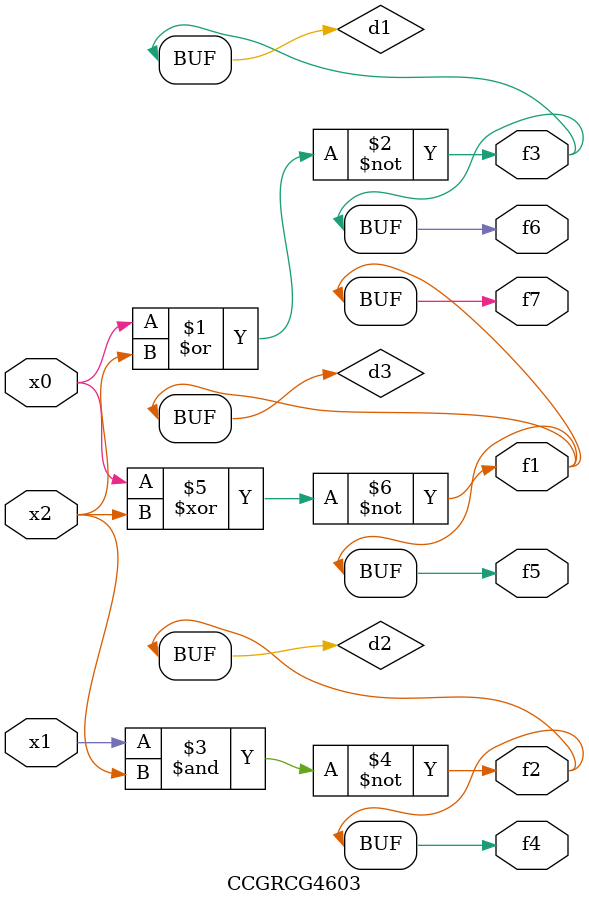
<source format=v>
module CCGRCG4603(
	input x0, x1, x2,
	output f1, f2, f3, f4, f5, f6, f7
);

	wire d1, d2, d3;

	nor (d1, x0, x2);
	nand (d2, x1, x2);
	xnor (d3, x0, x2);
	assign f1 = d3;
	assign f2 = d2;
	assign f3 = d1;
	assign f4 = d2;
	assign f5 = d3;
	assign f6 = d1;
	assign f7 = d3;
endmodule

</source>
